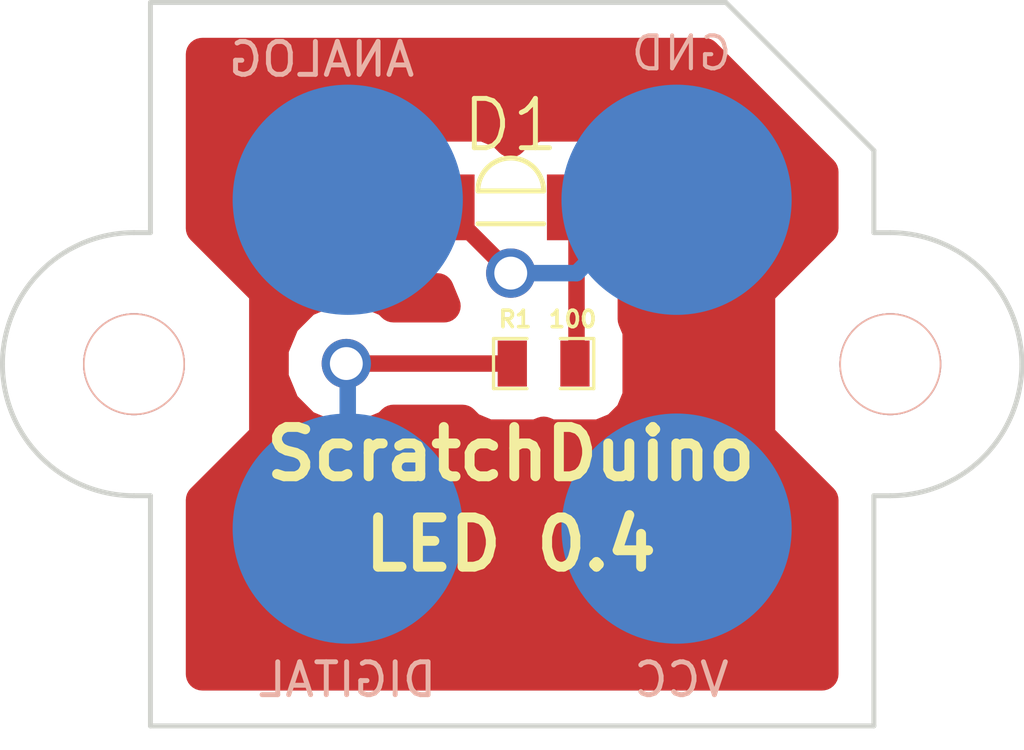
<source format=kicad_pcb>
(kicad_pcb (version 3) (host pcbnew "(2013-may-18)-stable")

  (general
    (links 3)
    (no_connects 0)
    (area 13.488999 14.464999 45.097001 37.773)
    (thickness 1.6)
    (drawings 17)
    (tracks 11)
    (zones 0)
    (modules 3)
    (nets 4)
  )

  (page A3)
  (layers
    (15 F.Cu signal)
    (0 B.Cu signal)
    (16 B.Adhes user hide)
    (17 F.Adhes user hide)
    (18 B.Paste user)
    (19 F.Paste user)
    (20 B.SilkS user)
    (21 F.SilkS user)
    (22 B.Mask user hide)
    (23 F.Mask user)
    (24 Dwgs.User user hide)
    (25 Cmts.User user hide)
    (26 Eco1.User user hide)
    (27 Eco2.User user hide)
    (28 Edge.Cuts user)
  )

  (setup
    (last_trace_width 0.5)
    (trace_clearance 0.254)
    (zone_clearance 1)
    (zone_45_only no)
    (trace_min 0.254)
    (segment_width 0.2)
    (edge_width 0.15)
    (via_size 1.5)
    (via_drill 1)
    (via_min_size 0.889)
    (via_min_drill 0.508)
    (uvia_size 0.508)
    (uvia_drill 0.127)
    (uvias_allowed no)
    (uvia_min_size 0.508)
    (uvia_min_drill 0.127)
    (pcb_text_width 0.3)
    (pcb_text_size 1.5 1.5)
    (mod_edge_width 0.15)
    (mod_text_size 1.5 1.5)
    (mod_text_width 0.15)
    (pad_size 1.8 2)
    (pad_drill 0)
    (pad_to_mask_clearance 0.2)
    (aux_axis_origin 0 0)
    (visible_elements FFFFFFBF)
    (pcbplotparams
      (layerselection 284983297)
      (usegerberextensions false)
      (excludeedgelayer true)
      (linewidth 0.100000)
      (plotframeref false)
      (viasonmask false)
      (mode 1)
      (useauxorigin false)
      (hpglpennumber 1)
      (hpglpenspeed 20)
      (hpglpendiameter 15)
      (hpglpenoverlay 2)
      (psnegative false)
      (psa4output false)
      (plotreference true)
      (plotvalue true)
      (plotothertext true)
      (plotinvisibletext false)
      (padsonsilk false)
      (subtractmaskfromsilk false)
      (outputformat 1)
      (mirror false)
      (drillshape 0)
      (scaleselection 1)
      (outputdirectory PCB/))
  )

  (net 0 "")
  (net 1 N-000003)
  (net 2 N-000004)
  (net 3 N-000005)

  (net_class Default "Это класс цепей по умолчанию."
    (clearance 0.254)
    (trace_width 0.5)
    (via_dia 1.5)
    (via_drill 1)
    (uvia_dia 0.508)
    (uvia_drill 0.127)
    (add_net "")
    (add_net N-000003)
    (add_net N-000004)
    (add_net N-000005)
  )

  (module SENSOR (layer B.Cu) (tedit 562E964D) (tstamp 562E971B)
    (at 40.793 37.269 180)
    (path /55D7B367)
    (fp_text reference P3 (at 11.43 2.54 180) (layer B.SilkS) hide
      (effects (font (size 1 1) (thickness 0.15)) (justify mirror))
    )
    (fp_text value "" (at 11.293 21.269 180) (layer B.SilkS)
      (effects (font (size 1 1) (thickness 0.15)) (justify mirror))
    )
    (fp_text user DIGITAL (at 16.51 1.905 180) (layer B.SilkS)
      (effects (font (size 1 1) (thickness 0.15)) (justify mirror))
    )
    (fp_text user VCC (at 6.35 1.905 180) (layer B.SilkS)
      (effects (font (size 1 1) (thickness 0.15)) (justify mirror))
    )
    (fp_text user ANALOG (at 17.293 20.769 180) (layer B.SilkS)
      (effects (font (size 1 1) (thickness 0.15)) (justify mirror))
    )
    (fp_text user GND (at 6.35 20.955 180) (layer B.SilkS)
      (effects (font (size 1 1) (thickness 0.125)) (justify mirror))
    )
    (fp_line (start 23 15.5) (end 22.5 15.5) (layer B.SilkS) (width 0.1))
    (fp_line (start 22.5 15.5) (end 22.5 22.5) (layer B.SilkS) (width 0.1))
    (fp_line (start 22.5 0.5) (end 22.5 7.5) (layer B.SilkS) (width 0.1))
    (fp_line (start 22.5 7.5) (end 23 7.5) (layer B.SilkS) (width 0.1))
    (fp_line (start 0 7.5) (end 0.5 7.5) (layer B.SilkS) (width 0.1))
    (fp_line (start 0.5 7.5) (end 0.5 0.5) (layer B.SilkS) (width 0.1))
    (fp_line (start 0 15.5) (end 0.5 15.5) (layer B.SilkS) (width 0.1))
    (fp_line (start 0.5 15.5) (end 0.5 17.5) (layer B.SilkS) (width 0.1))
    (fp_arc (start 23 11.5) (end 27 11.5) (angle -90) (layer B.SilkS) (width 0.1))
    (fp_arc (start 23 11.5) (end 23 15.5) (angle -90) (layer B.SilkS) (width 0.1))
    (fp_arc (start 0 11.5) (end 0 7.5) (angle -90) (layer B.SilkS) (width 0.1))
    (fp_arc (start 0 11.5) (end -4 11.5) (angle -90) (layer B.SilkS) (width 0.1))
    (fp_circle (center 0 11.5) (end 1.5 11.5) (layer B.SilkS) (width 0.1))
    (fp_circle (center 23 11.5) (end 24.5 11.5) (layer B.SilkS) (width 0.1))
    (fp_line (start 0.5 17.5) (end 0.5 18) (layer B.SilkS) (width 0.1))
    (fp_line (start 0.5 18) (end 5 22.5) (layer B.SilkS) (width 0.1))
    (fp_line (start 5 22.5) (end 22.5 22.5) (layer B.SilkS) (width 0.1))
    (fp_line (start 22.5 0.5) (end 0.5 0.5) (layer B.SilkS) (width 0.1))
    (pad 2 smd circle (at 6.5 6.5 180) (size 7 7)
      (layers B.Cu B.Mask)
      (solder_mask_margin 0.1)
    )
    (pad 3 smd circle (at 16.5 6.5 180) (size 7 7)
      (layers B.Cu B.Mask)
      (net 1 N-000003)
    )
    (pad 1 smd circle (at 6.5 16.5 180) (size 7 7)
      (layers B.Cu B.Mask)
      (net 3 N-000005)
    )
    (pad 4 smd circle (at 16.5 16.5 180) (size 7 7)
      (layers B.Cu B.Mask)
    )
    (pad "" np_thru_hole circle (at 0 11.5 180) (size 3.1 3.1) (drill 3)
      (layers *.Cu *.Mask B.SilkS)
    )
    (pad "" np_thru_hole circle (at 23 11.5 180) (size 3.1 3.1) (drill 3)
      (layers *.Cu *.Mask B.SilkS)
    )
  )

  (module SMD0805 (layer F.Cu) (tedit 562E9498) (tstamp 562E9477)
    (at 30.25 25.75)
    (path /562E9205)
    (attr smd)
    (fp_text reference R1 (at -0.868001 -1.349001) (layer F.SilkS)
      (effects (font (size 0.50038 0.50038) (thickness 0.10922)))
    )
    (fp_text value 100 (at 0.881999 -1.349001) (layer F.SilkS)
      (effects (font (size 0.50038 0.50038) (thickness 0.10922)))
    )
    (fp_line (start -0.508 0.762) (end -1.524 0.762) (layer F.SilkS) (width 0.09906))
    (fp_line (start -1.524 0.762) (end -1.524 -0.762) (layer F.SilkS) (width 0.09906))
    (fp_line (start -1.524 -0.762) (end -0.508 -0.762) (layer F.SilkS) (width 0.09906))
    (fp_line (start 0.508 -0.762) (end 1.524 -0.762) (layer F.SilkS) (width 0.09906))
    (fp_line (start 1.524 -0.762) (end 1.524 0.762) (layer F.SilkS) (width 0.09906))
    (fp_line (start 1.524 0.762) (end 0.508 0.762) (layer F.SilkS) (width 0.09906))
    (pad 1 smd rect (at -0.9525 0) (size 0.889 1.397)
      (layers F.Cu F.Paste F.Mask)
      (net 1 N-000003)
    )
    (pad 2 smd rect (at 0.9525 0) (size 0.889 1.397)
      (layers F.Cu F.Paste F.Mask)
      (net 2 N-000004)
    )
    (model smd/chip_cms.wrl
      (at (xyz 0 0 0))
      (scale (xyz 0.1 0.1 0.1))
      (rotate (xyz 0 0 0))
    )
  )

  (module KPA3010 (layer F.Cu) (tedit 562E96A6) (tstamp 562E9481)
    (at 29.25 21)
    (path /562E9215)
    (fp_text reference D1 (at 0 -2.5) (layer F.SilkS)
      (effects (font (size 1.5 1.5) (thickness 0.15)))
    )
    (fp_text value "" (at 0 2.5) (layer F.SilkS)
      (effects (font (size 1.5 1.5) (thickness 0.15)))
    )
    (fp_line (start -1 -0.5) (end 1 -0.5) (layer F.SilkS) (width 0.15))
    (fp_line (start -1 0.5) (end 1 0.5) (layer F.SilkS) (width 0.15))
    (fp_arc (start 0 -0.5) (end -1 -0.5) (angle 90) (layer F.SilkS) (width 0.15))
    (fp_arc (start 0 -0.5) (end 0 -1.5) (angle 90) (layer F.SilkS) (width 0.15))
    (pad 1 smd rect (at 2 0) (size 1.8 2)
      (layers F.Cu F.Paste F.Mask)
      (net 2 N-000004)
    )
    (pad 2 smd rect (at -2 0) (size 1.8 2)
      (layers F.Cu F.Paste F.Mask)
      (net 3 N-000005)
    )
  )

  (gr_text ScratchDuino (at 29.25 28.5) (layer F.SilkS) (tstamp 562E9609)
    (effects (font (size 1.5 1.5) (thickness 0.3)))
  )
  (gr_text "LED 0.4" (at 29.25 31.25) (layer F.SilkS)
    (effects (font (size 1.5 1.5) (thickness 0.3)))
  )
  (gr_arc (start 17.793 25.769) (end 17.793 29.769) (angle 90) (layer Edge.Cuts) (width 0.15))
  (gr_arc (start 17.793 25.769) (end 13.793 25.769) (angle 90) (layer Edge.Cuts) (width 0.15))
  (gr_arc (start 40.793 25.769) (end 44.793 25.769) (angle 90) (layer Edge.Cuts) (width 0.15))
  (gr_arc (start 40.793 25.769) (end 40.793 21.769) (angle 90) (layer Edge.Cuts) (width 0.15))
  (gr_line (start 40.293 29.769) (end 40.793 29.769) (angle 90) (layer Edge.Cuts) (width 0.15))
  (gr_line (start 40.293 21.769) (end 40.793 21.769) (angle 90) (layer Edge.Cuts) (width 0.15))
  (gr_line (start 17.793 29.769) (end 18.293 29.769) (angle 90) (layer Edge.Cuts) (width 0.15))
  (gr_line (start 18.293 21.769) (end 17.793 21.769) (angle 90) (layer Edge.Cuts) (width 0.15))
  (gr_line (start 18.293 14.769) (end 18.293 21.769) (angle 90) (layer Edge.Cuts) (width 0.15))
  (gr_line (start 35.793 14.769) (end 18.293 14.769) (angle 90) (layer Edge.Cuts) (width 0.15))
  (gr_line (start 40.293 19.269) (end 35.793 14.769) (angle 90) (layer Edge.Cuts) (width 0.15))
  (gr_line (start 40.293 21.769) (end 40.293 19.269) (angle 90) (layer Edge.Cuts) (width 0.15))
  (gr_line (start 40.293 36.769) (end 40.293 29.769) (angle 90) (layer Edge.Cuts) (width 0.15))
  (gr_line (start 18.293 36.769) (end 40.293 36.769) (angle 90) (layer Edge.Cuts) (width 0.15))
  (gr_line (start 18.293 36.769) (end 18.293 29.769) (angle 90) (layer Edge.Cuts) (width 0.15))

  (segment (start 29.2975 25.75) (end 24.25 25.75) (width 0.5) (layer F.Cu) (net 1))
  (segment (start 24.293 25.793) (end 24.293 30.769) (width 0.5) (layer B.Cu) (net 1) (tstamp 562E9561))
  (segment (start 24.25 25.75) (end 24.293 25.793) (width 0.5) (layer B.Cu) (net 1) (tstamp 562E9560))
  (via (at 24.25 25.75) (size 1.5) (layers F.Cu B.Cu) (net 1))
  (segment (start 31.25 21) (end 31.25 25.7025) (width 0.5) (layer F.Cu) (net 2))
  (segment (start 31.25 25.7025) (end 31.2025 25.75) (width 0.5) (layer F.Cu) (net 2) (tstamp 562E9552))
  (segment (start 27.25 21) (end 29.25 23) (width 0.5) (layer F.Cu) (net 3))
  (segment (start 33.481 20.769) (end 34.293 20.769) (width 0.5) (layer B.Cu) (net 3) (tstamp 562E958F))
  (segment (start 31.25 23) (end 33.481 20.769) (width 0.5) (layer B.Cu) (net 3) (tstamp 562E958A))
  (segment (start 29.25 23) (end 31.25 23) (width 0.5) (layer B.Cu) (net 3) (tstamp 562E9589))
  (via (at 29.25 23) (size 1.5) (layers F.Cu B.Cu) (net 3))

  (zone (net 0) (net_name "") (layer F.Cu) (tstamp 55D8EB15) (hatch edge 0.508)
    (connect_pads (clearance 1))
    (min_thickness 1)
    (fill (arc_segments 16) (thermal_gap 1) (thermal_bridge_width 1.2))
    (polygon
      (pts
        (xy 40.293 36.769) (xy 18.293 36.769) (xy 18.293 29.769) (xy 19.293 29.769) (xy 21.293 27.769)
        (xy 21.293 23.769) (xy 19.293 21.769) (xy 18.293 21.769) (xy 18.293 14.769) (xy 35.793 14.769)
        (xy 40.293 19.269) (xy 40.293 21.769) (xy 39.293 21.769) (xy 37.293 23.769) (xy 37.293 27.769)
        (xy 39.293 29.769) (xy 40.293 29.769)
      )
    )
    (filled_polygon
      (pts
        (xy 38.718 35.194) (xy 33.650259 35.194) (xy 33.650259 21.702941) (xy 33.650259 19.702941) (xy 33.422379 19.151429)
        (xy 33.000791 18.729104) (xy 32.449678 18.500262) (xy 31.852941 18.499741) (xy 30.052941 18.499741) (xy 29.501429 18.727621)
        (xy 29.249931 18.978679) (xy 29.000791 18.729104) (xy 28.449678 18.500262) (xy 27.852941 18.499741) (xy 26.052941 18.499741)
        (xy 25.501429 18.727621) (xy 25.079104 19.149209) (xy 24.850262 19.700322) (xy 24.849741 20.297059) (xy 24.849741 22.297059)
        (xy 25.077621 22.848571) (xy 25.499209 23.270896) (xy 26.050322 23.499738) (xy 26.647059 23.500259) (xy 27.022199 23.500259)
        (xy 27.228688 24) (xy 25.682259 24) (xy 25.526187 23.843655) (xy 24.699516 23.500392) (xy 23.804411 23.49961)
        (xy 22.977142 23.841431) (xy 22.343655 24.473813) (xy 22.000392 25.300484) (xy 21.99961 26.195589) (xy 22.341431 27.022858)
        (xy 22.973813 27.656345) (xy 23.800484 27.999608) (xy 24.695589 28.00039) (xy 25.522858 27.658569) (xy 25.681704 27.5)
        (xy 27.783195 27.5) (xy 28.002209 27.719396) (xy 28.553322 27.948238) (xy 29.150059 27.948759) (xy 30.039059 27.948759)
        (xy 30.249836 27.861667) (xy 30.458322 27.948238) (xy 31.055059 27.948759) (xy 31.944059 27.948759) (xy 32.495571 27.720879)
        (xy 32.917896 27.299291) (xy 33.146738 26.748178) (xy 33.147259 26.151441) (xy 33.147259 24.754441) (xy 33 24.398046)
        (xy 33 23.270952) (xy 33.420896 22.850791) (xy 33.649738 22.299678) (xy 33.650259 21.702941) (xy 33.650259 35.194)
        (xy 19.868 35.194) (xy 19.868 29.901107) (xy 21.793 27.976107) (xy 21.793 23.561893) (xy 19.868 21.636893)
        (xy 19.868 16.344) (xy 35.140614 16.344) (xy 38.718 19.921386) (xy 38.718 21.636893) (xy 36.793 23.561893)
        (xy 36.793 27.976107) (xy 38.718 29.901107) (xy 38.718 35.194)
      )
    )
  )
)

</source>
